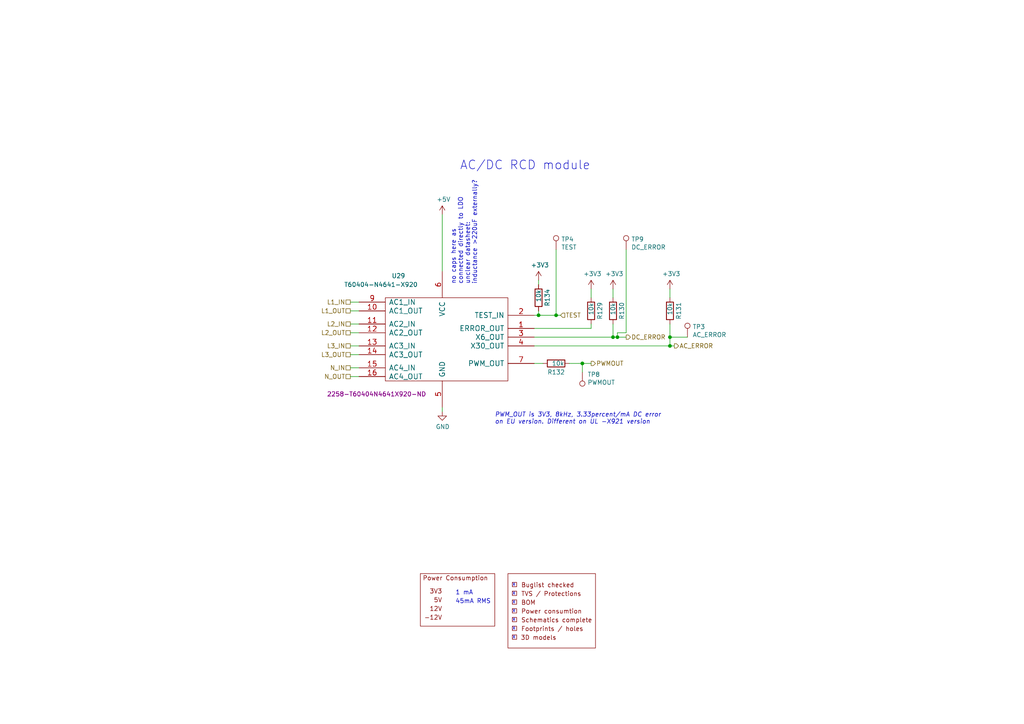
<source format=kicad_sch>
(kicad_sch (version 20211123) (generator eeschema)
  (paper "A4")
  (title_block (title "Yeti Board") (date "2021-05-14") (rev "02") (company "Pionix GmbH") (comment 1 "Cornelius Claussen"))
  (lib_symbols
    (symbol "Connector:TestPoint" (pin_numbers hide) (pin_names (offset 0.762) hide)
      (property "Reference" "TP" (at 0 6.858 0))
      (property "Value" "TestPoint" (at 0 5.08 0))
      (symbol "TestPoint_0_1"
        (circle (center 0 3.302) (radius 0.762))
      )
      (symbol "TestPoint_1_1"
        (pin passive line (at 0 0 90) (length 2.54) (name "1") (number "1"))
      )
    )
    (symbol "Device:R" (pin_numbers hide) (pin_names (offset 0))
      (property "Reference" "R" (at 2.032 0 90))
      (property "Value" "R" (at 0 0 90))
      (symbol "R_0_1"
        (rectangle (start -1.016 -2.54) (end 1.016 2.54) (stroke (width 0.254)))
      )
      (symbol "R_1_1"
        (pin passive line (at 0 3.81 270) (length 1.27) (name "~") (number "1"))
        (pin passive line (at 0 -3.81 90) (length 1.27) (name "~") (number "2"))
      )
    )
    (symbol "ev-devboard:CHECKLIST" (pin_numbers hide) (pin_names (offset 0) hide)
      (symbol "CHECKLIST_0_0"
        (rectangle (start -11.43 10.16) (end 13.97 -11.43))
        (rectangle (start -10.16 7.62) (end -8.89 6.35))
        (text "3D models" (at -2.54 -7.62 0) (effects (font (size 1.27 1.27)) (justify top)))
        (text "BOM" (at -7.62 2.54 0) (effects (font (size 1.27 1.27)) (justify left top)))
        (text "Buglist checked" (at -7.62 7.62 0) (effects (font (size 1.27 1.27)) (justify left top)))
        (text "Footprints / holes" (at -7.62 -5.08 0) (effects (font (size 1.27 1.27)) (justify left top)))
        (text "Power consumtion" (at -7.62 0 0) (effects (font (size 1.27 1.27)) (justify left top)))
        (text "Schematics complete" (at -7.62 -2.54 0) (effects (font (size 1.27 1.27)) (justify left top)))
        (text "TVS / Protections" (at -7.62 5.08 0) (effects (font (size 1.27 1.27)) (justify left top)))
      )
      (symbol "CHECKLIST_1_1"
        (rectangle (start -10.16 -7.62) (end -8.89 -8.89))
        (rectangle (start -10.16 -5.08) (end -8.89 -6.35))
        (rectangle (start -10.16 -2.54) (end -8.89 -3.81))
        (rectangle (start -10.16 0) (end -8.89 -1.27))
        (rectangle (start -10.16 2.54) (end -8.89 1.27))
        (rectangle (start -10.16 5.08) (end -8.89 3.81))
      )
    )
    (symbol "ev-devboard:POWERCONSUMPTION" (pin_names (offset 1.016))
      (symbol "POWERCONSUMPTION_0_0"
        (rectangle (start -10.16 7.62) (end 11.43 -7.62))
        (text "-12V" (at -3.81 -5.08 0) (effects (font (size 1.27 1.27)) (justify right)))
        (text "12V" (at -3.81 -2.54 0) (effects (font (size 1.27 1.27)) (justify right)))
        (text "3V3" (at -3.81 2.54 0) (effects (font (size 1.27 1.27)) (justify right)))
        (text "5V" (at -3.81 0 0) (effects (font (size 1.27 1.27)) (justify right)))
        (text "Power Consumption" (at 0 6.35 0) (effects (font (size 1.27 1.27))))
      )
    )
    (symbol "ev-devboard:T60404-N4641-X920" (pin_names (offset 1.016))
      (property "Reference" "U" (at -12.7 -15.24 0))
      (property "Value" "T60404-N4641-X920" (at 12.7 -15.24 0))
      (symbol "T60404-N4641-X920_0_1"
        (rectangle (start -16.51 11.43) (end 19.05 -12.7))
      )
      (symbol "T60404-N4641-X920_1_1"
        (pin open_collector line (at 26.67 2.54 180) (length 7.62) (name "ERROR_OUT") (number "1"))
        (pin passive line (at -24.13 7.62 0) (length 7.62) (name "AC1_OUT") (number "10"))
        (pin passive line (at -24.13 3.81 0) (length 7.62) (name "AC2_IN") (number "11"))
        (pin passive line (at -24.13 1.27 0) (length 7.62) (name "AC2_OUT") (number "12"))
        (pin passive line (at -24.13 -2.54 0) (length 7.62) (name "AC3_IN") (number "13"))
        (pin passive line (at -24.13 -5.08 0) (length 7.62) (name "AC3_OUT") (number "14"))
        (pin passive line (at -24.13 -8.89 0) (length 7.62) (name "AC4_IN") (number "15"))
        (pin passive line (at -24.13 -11.43 0) (length 7.62) (name "AC4_OUT") (number "16"))
        (pin input line (at 26.67 6.35 180) (length 7.62) (name "TEST_IN") (number "2"))
        (pin open_collector line (at 26.67 0 180) (length 7.62) (name "X6_OUT") (number "3"))
        (pin open_collector line (at 26.67 -2.54 180) (length 7.62) (name "X30_OUT") (number "4"))
        (pin power_in line (at 0 -20.32 90) (length 7.62) (name "GND") (number "5"))
        (pin power_in line (at 0 19.05 270) (length 7.62) (name "VCC") (number "6"))
        (pin output line (at 26.67 -7.62 180) (length 7.62) (name "PWM_OUT") (number "7"))
        (pin passive line (at -24.13 10.16 0) (length 7.62) (name "AC1_IN") (number "9"))
      )
    )
    (symbol "power:+3.3V" (power) (pin_names (offset 0))
      (property "Value" "+3.3V" (at 0 3.556 0))
      (symbol "+3.3V_0_1"
        (polyline (pts (xy -0.762 1.27) (xy 0 2.54)))
        (polyline (pts (xy 0 0) (xy 0 2.54)))
        (polyline (pts (xy 0 2.54) (xy 0.762 1.27)))
      )
      (symbol "+3.3V_1_1"
        (pin power_in line (at 0 0 90) (length 0) hide (name "+3V3") (number "1"))
      )
    )
    (symbol "power:+5V" (power) (pin_names (offset 0))
      (property "Value" "+5V" (at 0 3.556 0))
      (symbol "+5V_0_1"
        (polyline (pts (xy -0.762 1.27) (xy 0 2.54)))
        (polyline (pts (xy 0 0) (xy 0 2.54)))
        (polyline (pts (xy 0 2.54) (xy 0.762 1.27)))
      )
      (symbol "+5V_1_1"
        (pin power_in line (at 0 0 90) (length 0) hide (name "+5V") (number "1"))
      )
    )
    (symbol "power:GND" (power) (pin_names (offset 0))
      (property "Value" "GND" (at 0 -3.81 0))
      (symbol "GND_0_1"
        (polyline (pts (xy 0 0) (xy 0 -1.27) (xy 1.27 -1.27) (xy 0 -2.54) (xy -1.27 -1.27) (xy 0 -1.27)))
      )
      (symbol "GND_1_1"
        (pin power_in line (at 0 0 270) (length 0) hide (name "GND") (number "1"))
      )
    )
  )
  (junction (at 179.07 97.79))
  (junction (at 194.31 100.33))
  (junction (at 168.91 105.41))
  (junction (at 194.31 97.79))
  (junction (at 156.21 91.44))
  (junction (at 177.8 97.79))
  (junction (at 161.29 91.44))
  (wire (pts (xy 194.31 97.79) (xy 194.31 93.98)))
  (wire (pts (xy 181.61 97.79) (xy 179.07 97.79)))
  (wire (pts (xy 195.58 100.33) (xy 194.31 100.33)))
  (wire (pts (xy 156.21 91.44) (xy 154.94 91.44)))
  (wire (pts (xy 161.29 72.39) (xy 161.29 91.44)))
  (wire (pts (xy 177.8 97.79) (xy 177.8 93.98)))
  (wire (pts (xy 171.45 83.82) (xy 171.45 86.36)))
  (wire (pts (xy 154.94 95.25) (xy 171.45 95.25)))
  (wire (pts (xy 168.91 107.95) (xy 168.91 105.41)))
  (wire (pts (xy 101.6 106.68) (xy 104.14 106.68)))
  (wire (pts (xy 128.27 118.11) (xy 128.27 119.38)))
  (wire (pts (xy 104.14 109.22) (xy 101.6 109.22)))
  (wire (pts (xy 101.6 93.98) (xy 104.14 93.98)))
  (wire (pts (xy 194.31 100.33) (xy 194.31 97.79)))
  (wire (pts (xy 177.8 83.82) (xy 177.8 86.36)))
  (wire (pts (xy 165.1 105.41) (xy 168.91 105.41)))
  (wire (pts (xy 156.21 81.28) (xy 156.21 82.55)))
  (wire (pts (xy 199.39 97.79) (xy 194.31 97.79)))
  (wire (pts (xy 104.14 90.17) (xy 101.6 90.17)))
  (wire (pts (xy 104.14 96.52) (xy 101.6 96.52)))
  (wire (pts (xy 154.94 105.41) (xy 157.48 105.41)))
  (wire (pts (xy 162.56 91.44) (xy 161.29 91.44)))
  (wire (pts (xy 104.14 102.87) (xy 101.6 102.87)))
  (wire (pts (xy 128.27 62.23) (xy 128.27 78.74)))
  (wire (pts (xy 154.94 100.33) (xy 194.31 100.33)))
  (wire (pts (xy 181.61 96.52) (xy 179.07 96.52)))
  (wire (pts (xy 194.31 83.82) (xy 194.31 86.36)))
  (wire (pts (xy 168.91 105.41) (xy 171.45 105.41)))
  (wire (pts (xy 181.61 72.39) (xy 181.61 96.52)))
  (wire (pts (xy 101.6 87.63) (xy 104.14 87.63)))
  (wire (pts (xy 179.07 96.52) (xy 179.07 97.79)))
  (wire (pts (xy 171.45 95.25) (xy 171.45 93.98)))
  (wire (pts (xy 154.94 97.79) (xy 177.8 97.79)))
  (wire (pts (xy 161.29 91.44) (xy 156.21 91.44)))
  (wire (pts (xy 101.6 100.33) (xy 104.14 100.33)))
  (wire (pts (xy 179.07 97.79) (xy 177.8 97.79)))
  (wire (pts (xy 156.21 90.17) (xy 156.21 91.44)))
  (text "X" (at 148.59 172.72 0) (effects (font (size 0.762 0.762)) (justify left bottom)))
  (text "45mA RMS" (at 132.08 175.26 0) (effects (font (size 1.27 1.27)) (justify left bottom)))
  (text "AC/DC RCD module" (at 133.35 49.53 0) (effects (font (size 2.54 2.54)) (justify left bottom)))
  (text "X" (at 148.59 175.26 0) (effects (font (size 0.762 0.762)) (justify left bottom)))
  (text "X" (at 148.59 180.34 0) (effects (font (size 0.762 0.762)) (justify left bottom)))
  (text "no caps here as\nconnected directly to LDO\nunclear datasheet: \ninductance >220uF externally?" (at 138.43 82.55 90) (effects (font (size 1.27 1.27)) (justify left bottom)))
  (text "X" (at 148.59 177.8 0) (effects (font (size 0.762 0.762)) (justify left bottom)))
  (text "PWM_OUT is 3V3, 8kHz, 3.33percent/mA DC error\non EU version. Different on UL -X921 version" (at 143.51 123.19 0) (effects (font (size 1.27 1.27) italic) (justify left bottom)))
  (text "X" (at 148.59 185.42 0) (effects (font (size 0.762 0.762)) (justify left bottom)))
  (text "X" (at 148.59 182.88 0) (effects (font (size 0.762 0.762)) (justify left bottom)))
  (text "X" (at 148.59 170.18 0) (effects (font (size 0.762 0.762)) (justify left bottom)))
  (text "1 mA" (at 132.08 172.72 0) (effects (font (size 1.27 1.27)) (justify left bottom)))
  (hierarchical_label "TEST" (shape input) (at 162.56 91.44 0))
  (hierarchical_label "L3_OUT" (shape passive) (at 101.6 102.87 180))
  (hierarchical_label "AC_ERROR" (shape output) (at 195.58 100.33 0))
  (hierarchical_label "N_OUT" (shape passive) (at 101.6 109.22 180))
  (hierarchical_label "PWMOUT" (shape output) (at 171.45 105.41 0))
  (hierarchical_label "N_IN" (shape passive) (at 101.6 106.68 180))
  (hierarchical_label "L2_OUT" (shape passive) (at 101.6 96.52 180))
  (hierarchical_label "L3_IN" (shape passive) (at 101.6 100.33 180))
  (hierarchical_label "L1_OUT" (shape passive) (at 101.6 90.17 180))
  (hierarchical_label "L1_IN" (shape passive) (at 101.6 87.63 180))
  (hierarchical_label "L2_IN" (shape passive) (at 101.6 93.98 180))
  (hierarchical_label "DC_ERROR" (shape output) (at 181.61 97.79 0))
  (symbol (lib_id "ev-devboard:T60404-N4641-X920") (at 128.27 97.79 0) (unit 1)
    (property "Reference" "U29" (at 115.57 80.01 0))
    (property "Value" "T60404-N4641-X920" (at 110.49 82.55 0))
    (property "Footprint" "ev-devboard:T60404-N4641-X920" (effects hide))
    (property "Digikey" "2258-T60404N4641X920-ND" (at 109.22 114.3 0))
    (property "MPN" "T60404N4641X920" (effects hide))
    (property "Manufacturer" "VAC" (effects hide))
    (property "Price" "35" (effects hide))
  )
  (symbol (lib_id "power:+5V") (at 128.27 62.23 0) (unit 1)
    (property "Reference" "#PWR0175" (effects hide))
    (property "Value" "+5V" (at 128.651 57.8358 0))
  )
  (symbol (lib_id "power:GND") (at 128.27 119.38 0) (unit 1)
    (property "Reference" "#PWR0176" (effects hide))
    (property "Value" "GND" (at 128.397 123.7742 0))
  )
  (symbol (lib_id "Device:R") (at 171.45 90.17 0) (unit 1)
    (property "Reference" "R129" (at 173.99 92.71 90) (effects (justify left)))
    (property "Value" "10k" (at 171.45 91.44 90) (effects (justify left)))
    (property "Footprint" "Resistor_SMD:R_0603_1608Metric" (effects hide))
  )
  (symbol (lib_id "power:+3.3V") (at 171.45 83.82 0) (unit 1)
    (property "Reference" "#PWR0178" (effects hide))
    (property "Value" "+3.3V" (at 171.831 79.4258 0))
  )
  (symbol (lib_id "Device:R") (at 177.8 90.17 0) (unit 1)
    (property "Reference" "R130" (at 180.34 92.71 90) (effects (justify left)))
    (property "Value" "10k" (at 177.8 91.44 90) (effects (justify left)))
    (property "Footprint" "Resistor_SMD:R_0603_1608Metric" (effects hide))
  )
  (symbol (lib_id "power:+3.3V") (at 177.8 83.82 0) (unit 1)
    (property "Reference" "#PWR0179" (effects hide))
    (property "Value" "+3.3V" (at 178.181 79.4258 0))
  )
  (symbol (lib_id "Device:R") (at 194.31 90.17 0) (unit 1)
    (property "Reference" "R131" (at 196.85 92.71 90) (effects (justify left)))
    (property "Value" "10k" (at 194.31 91.44 90) (effects (justify left)))
    (property "Footprint" "Resistor_SMD:R_0603_1608Metric" (effects hide))
  )
  (symbol (lib_id "power:+3.3V") (at 194.31 83.82 0) (unit 1)
    (property "Reference" "#PWR0180" (effects hide))
    (property "Value" "+3.3V" (at 194.691 79.4258 0))
  )
  (symbol (lib_id "Device:R") (at 161.29 105.41 270) (unit 1)
    (property "Reference" "R132" (at 158.75 107.95 90) (effects (justify left)))
    (property "Value" "10k" (at 160.02 105.41 90) (effects (justify left)))
    (property "Footprint" "Resistor_SMD:R_0603_1608Metric" (effects hide))
  )
  (symbol (lib_id "Device:R") (at 156.21 86.36 0) (unit 1)
    (property "Reference" "R134" (at 158.75 88.9 90) (effects (justify left)))
    (property "Value" "10k" (at 156.21 87.63 90) (effects (justify left)))
    (property "Footprint" "Resistor_SMD:R_0603_1608Metric" (effects hide))
  )
  (symbol (lib_id "power:+3.3V") (at 156.21 81.28 0) (unit 1)
    (property "Reference" "#PWR0182" (effects hide))
    (property "Value" "+3.3V" (at 156.591 76.8858 0))
  )
  (symbol (lib_id "Connector:TestPoint") (at 161.29 72.39 0) (unit 1)
    (property "Reference" "TP4" (at 162.7632 69.3928 0) (effects (justify left)))
    (property "Value" "TEST" (at 162.7632 71.7042 0) (effects (justify left)))
    (property "Footprint" "TestPoint:TestPoint_Pad_D1.0mm" (effects hide))
  )
  (symbol (lib_id "Connector:TestPoint") (at 181.61 72.39 0) (unit 1)
    (property "Reference" "TP9" (at 183.0832 69.3928 0) (effects (justify left)))
    (property "Value" "DC_ERROR" (at 183.0832 71.7042 0) (effects (justify left)))
    (property "Footprint" "TestPoint:TestPoint_Pad_D1.0mm" (effects hide))
  )
  (symbol (lib_id "Connector:TestPoint") (at 168.91 107.95 180) (unit 1)
    (property "Reference" "TP8" (at 170.3832 108.6104 0) (effects (justify right)))
    (property "Value" "PWMOUT" (at 170.3832 110.9218 0) (effects (justify right)))
    (property "Footprint" "TestPoint:TestPoint_Pad_D1.0mm" (effects hide))
  )
  (symbol (lib_id "Connector:TestPoint") (at 199.39 97.79 0) (unit 1)
    (property "Reference" "TP3" (at 200.8632 94.7928 0) (effects (justify left)))
    (property "Value" "AC_ERROR" (at 200.8632 97.1042 0) (effects (justify left)))
    (property "Footprint" "TestPoint:TestPoint_Pad_D1.0mm" (effects hide))
  )
  (symbol (lib_id "ev-devboard:CHECKLIST") (at 158.75 176.53 0) (unit 1)
    (property "Reference" "#NONE22" (effects hide))
    (property "Value" "CHECKLIST" (effects hide))
  )
  (symbol (lib_id "ev-devboard:POWERCONSUMPTION") (at 132.08 173.99 0) (unit 1)
    (property "Reference" "#NONE19" (effects hide))
    (property "Value" "POWERCONSUMPTION" (effects hide))
  )
)
</source>
